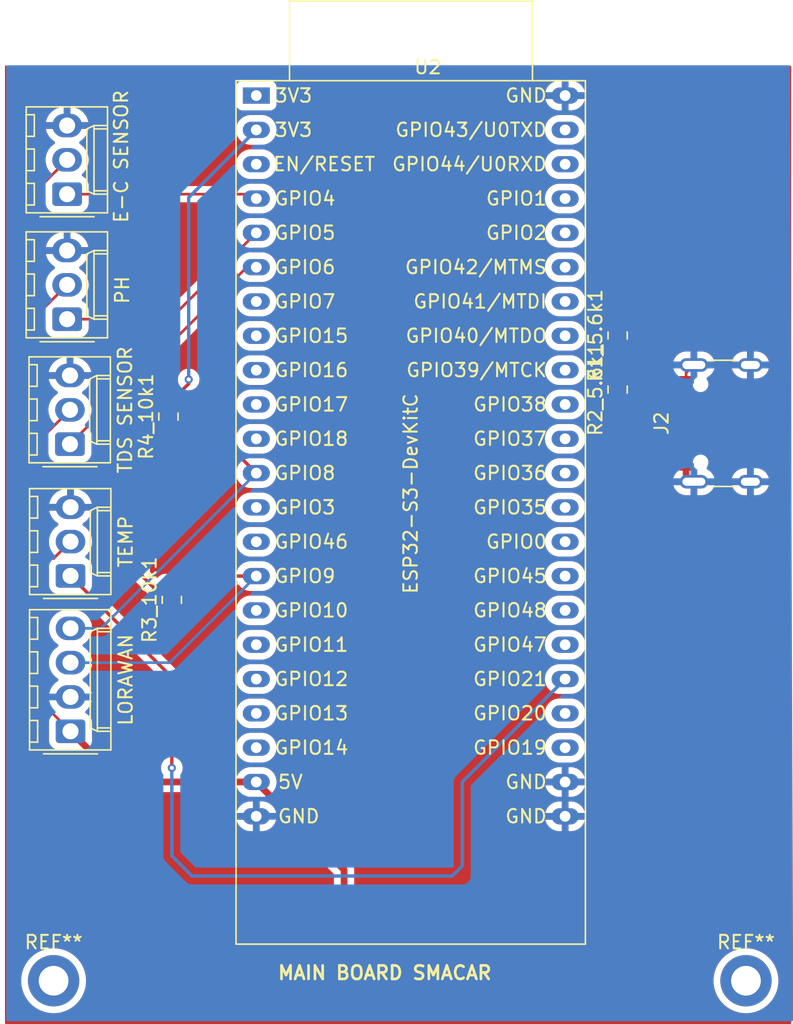
<source format=kicad_pcb>
(kicad_pcb (version 20241229) (generator "pcbnew") (generator_version "9.0")
  (layers (0 "F.Cu" signal) (2 "B.Cu" signal) (13 "F.Paste" user) (15 "B.Paste" user) (5 "F.SilkS" user "F.Silkscreen") (7 "B.SilkS" user "B.Silkscreen") (1 "F.Mask" user) (3 "B.Mask" user) (25 "Edge.Cuts" user))
  (net 0 "")
  (net 1 "GND")
  (net 2 "5V")
  (net 35 "ELECTRICAL CONDUCTIVITY")
  (net 36 "PH SENSOR")
  (net 37 "TDS SENSOR")
  (net 38 "TEMP SENSOR")
  (net 40 "Net-(J2-CC1)")
  (net 41 "Net-(J2-CC2)")
  (net 44 "SDA")
  (net 45 "SCL")
  (net 46 "Net-(R3_10k1-Pad2)")
  (footprint "Connector_Molex:Molex_KK-254_AE-6410-04A_1x04_P2.54mm_Vertical" (layer "F.Cu") (at 107.25 79.79 90)
    (property "Reference" "MOLEX5")
    (property "Value" "LORAWAN" (at 3.81 4.08 90) (layer "F.SilkS"))
    (fp_line (start 9 -3.03) (end -1.38 -3.03) (stroke (width 0.12)) (layer "F.SilkS"))
    (fp_line (start 6.82 -3.03) (end 6.82 -2.43) (stroke (width 0.12)) (layer "F.SilkS"))
    (fp_line (start 4.28 -3.03) (end 4.28 -2.43) (stroke (width 0.12)) (layer "F.SilkS"))
    (fp_line (start 1.74 -3.03) (end 1.74 -2.43) (stroke (width 0.12)) (layer "F.SilkS"))
    (fp_line (start -0.8 -3.03) (end -0.8 -2.43) (stroke (width 0.12)) (layer "F.SilkS"))
    (fp_line (start -1.38 -3.03) (end -1.38 2.99) (stroke (width 0.12)) (layer "F.SilkS"))
    (fp_line (start 8.42 -2.43) (end 8.42 -3.03) (stroke (width 0.12)) (layer "F.SilkS"))
    (fp_line (start 6.82 -2.43) (end 8.42 -2.43) (stroke (width 0.12)) (layer "F.SilkS"))
    (fp_line (start 5.88 -2.43) (end 5.88 -3.03) (stroke (width 0.12)) (layer "F.SilkS"))
    (fp_line (start 4.28 -2.43) (end 5.88 -2.43) (stroke (width 0.12)) (layer "F.SilkS"))
    (fp_line (start 3.34 -2.43) (end 3.34 -3.03) (stroke (width 0.12)) (layer "F.SilkS"))
    (fp_line (start 1.74 -2.43) (end 3.34 -2.43) (stroke (width 0.12)) (layer "F.SilkS"))
    (fp_line (start 0.8 -2.43) (end 0.8 -3.03) (stroke (width 0.12)) (layer "F.SilkS"))
    (fp_line (start -0.8 -2.43) (end 0.8 -2.43) (stroke (width 0.12)) (layer "F.SilkS"))
    (fp_line (start -1.67 -2) (end -1.67 2) (stroke (width 0.12)) (layer "F.SilkS"))
    (fp_line (start 7.37 1.46) (end 7.62 1.99) (stroke (width 0.12)) (layer "F.SilkS"))
    (fp_line (start 0.25 1.46) (end 7.37 1.46) (stroke (width 0.12)) (layer "F.SilkS"))
    (fp_line (start 7.62 1.99) (end 7.62 2.99) (stroke (width 0.12)) (layer "F.SilkS"))
    (fp_line (start 0 1.99) (end 0.25 1.46) (stroke (width 0.12)) (layer "F.SilkS"))
    (fp_line (start 0 1.99) (end 7.62 1.99) (stroke (width 0.12)) (layer "F.SilkS"))
    (fp_line (start 9 2.99) (end 9 -3.03) (stroke (width 0.12)) (layer "F.SilkS"))
    (fp_line (start 7.37 2.99) (end 7.37 1.99) (stroke (width 0.12)) (layer "F.SilkS"))
    (fp_line (start 0.25 2.99) (end 0.25 1.99) (stroke (width 0.12)) (layer "F.SilkS"))
    (fp_line (start 0 2.99) (end 0 1.99) (stroke (width 0.12)) (layer "F.SilkS"))
    (fp_line (start -1.38 2.99) (end 9 2.99) (stroke (width 0.12)) (layer "F.SilkS"))
    (pad "1" thru_hole roundrect (at 0 0 90) (size 1.74 2.19) (drill 1.19) (layers "*.Cu" "*.Mask") (roundrect_rratio 0.143678) (net 2 "5V"))
    (pad "2" thru_hole oval (at 2.54 0 90) (size 1.74 2.19) (drill 1.19) (layers "*.Cu" "*.Mask") (net 1 "GND"))
    (pad "3" thru_hole oval (at 5.08 0 90) (size 1.74 2.19) (drill 1.19) (layers "*.Cu" "*.Mask") (net 45 "SCL"))
    (pad "4" thru_hole oval (at 7.62 0 90) (size 1.74 2.19) (drill 1.19) (layers "*.Cu" "*.Mask") (net 44 "SDA"))
  )
  (footprint "PCM_4ms_Resistor:R_0805_2012Metric" (layer "F.Cu") (at 147.75 54.5 90)
    (property "Reference" "R2_5.6k1" (at 0 -1.65 90) (layer "F.SilkS"))
    (property "Value" "470R_0805_350mW" (hide yes))
    (fp_line (start -0.258578 -0.71) (end 0.258578 -0.71) (stroke (width 0.12)) (layer "F.SilkS"))
    (fp_line (start -0.258578 0.71) (end 0.258578 0.71) (stroke (width 0.12)) (layer "F.SilkS"))
    (pad "1" smd roundrect (at -0.9375 0 90) (size 0.975 1.4) (layers "F.Cu" "F.Mask" "F.Paste") (net 41 "Net-(J2-CC2)"))
    (pad "2" smd roundrect (at 0.9375 0 90) (size 0.975 1.4) (layers "F.Cu" "F.Mask" "F.Paste") (net 1 "GND"))
  )
  (footprint "PCM_4ms_Resistor:R_0805_2012Metric" (layer "F.Cu") (at 114.5 56.5 90)
    (property "Reference" "R4_10k1" (at 0 -1.65 90) (layer "F.SilkS"))
    (property "Value" "470R_0805_350mW")
    (fp_line (start -0.258578 -0.71) (end 0.258578 -0.71) (stroke (width 0.12)) (layer "F.SilkS"))
    (fp_line (start -0.258578 0.71) (end 0.258578 0.71) (stroke (width 0.12)) (layer "F.SilkS"))
    (pad "1" smd roundrect (at -0.9375 0 90) (size 0.975 1.4) (layers "F.Cu" "F.Mask" "F.Paste") (net 44 "SDA"))
    (pad "2" smd roundrect (at 0.9375 0 90) (size 0.975 1.4) (layers "F.Cu" "F.Mask" "F.Paste") (net 46 "Net-(R3_10k1-Pad2)"))
  )
  (footprint "PCM_4ms_Resistor:R_0805_2012Metric" (layer "F.Cu") (at 147.75 50.5 90)
    (property "Reference" "R1_5.6k1" (at 0 -1.65 90) (layer "F.SilkS"))
    (property "Value" "470R_0805_350mW")
    (fp_line (start -0.258578 -0.71) (end 0.258578 -0.71) (stroke (width 0.12)) (layer "F.SilkS"))
    (fp_line (start -0.258578 0.71) (end 0.258578 0.71) (stroke (width 0.12)) (layer "F.SilkS"))
    (pad "1" smd roundrect (at -0.9375 0 90) (size 0.975 1.4) (layers "F.Cu" "F.Mask" "F.Paste") (net 40 "Net-(J2-CC1)"))
    (pad "2" smd roundrect (at 0.9375 0 90) (size 0.975 1.4) (layers "F.Cu" "F.Mask" "F.Paste") (net 1 "GND"))
  )
  (footprint "MountingHole:MountingHole_2.2mm_M2_DIN965_Pad" (layer "F.Cu") (at 106 98.25)
    (property "Reference" "REF**" (at 0 -2.85 0) (layer "F.SilkS"))
    (property "Value" "MountingHole_2.2mm_M2_DIN965_Pad" (hide yes))
    (pad "1" thru_hole circle (at 0 0) (size 3.8 3.8) (drill 2.2) (layers "*.Cu" "*.Mask"))
  )
  (footprint "Connector_Molex:Molex_KK-254_AE-6410-03A_1x03_P2.54mm_Vertical" (layer "F.Cu") (at 107 49.29 90)
    (property "Reference" "MOLEX2")
    (property "Value" "PH " (at 2.54 4.08 90) (layer "F.SilkS"))
    (fp_line (start 6.46 -3.03) (end -1.38 -3.03) (stroke (width 0.12)) (layer "F.SilkS"))
    (fp_line (start 4.28 -3.03) (end 4.28 -2.43) (stroke (width 0.12)) (layer "F.SilkS"))
    (fp_line (start 1.74 -3.03) (end 1.74 -2.43) (stroke (width 0.12)) (layer "F.SilkS"))
    (fp_line (start -0.8 -3.03) (end -0.8 -2.43) (stroke (width 0.12)) (layer "F.SilkS"))
    (fp_line (start -1.38 -3.03) (end -1.38 2.99) (stroke (width 0.12)) (layer "F.SilkS"))
    (fp_line (start 5.88 -2.43) (end 5.88 -3.03) (stroke (width 0.12)) (layer "F.SilkS"))
    (fp_line (start 4.28 -2.43) (end 5.88 -2.43) (stroke (width 0.12)) (layer "F.SilkS"))
    (fp_line (start 3.34 -2.43) (end 3.34 -3.03) (stroke (width 0.12)) (layer "F.SilkS"))
    (fp_line (start 1.74 -2.43) (end 3.34 -2.43) (stroke (width 0.12)) (layer "F.SilkS"))
    (fp_line (start 0.8 -2.43) (end 0.8 -3.03) (stroke (width 0.12)) (layer "F.SilkS"))
    (fp_line (start -0.8 -2.43) (end 0.8 -2.43) (stroke (width 0.12)) (layer "F.SilkS"))
    (fp_line (start -1.67 -2) (end -1.67 2) (stroke (width 0.12)) (layer "F.SilkS"))
    (fp_line (start 4.83 1.46) (end 5.08 1.99) (stroke (width 0.12)) (layer "F.SilkS"))
    (fp_line (start 0.25 1.46) (end 4.83 1.46) (stroke (width 0.12)) (layer "F.SilkS"))
    (fp_line (start 5.08 1.99) (end 5.08 2.99) (stroke (width 0.12)) (layer "F.SilkS"))
    (fp_line (start 0 1.99) (end 0.25 1.46) (stroke (width 0.12)) (layer "F.SilkS"))
    (fp_line (start 0 1.99) (end 5.08 1.99) (stroke (width 0.12)) (layer "F.SilkS"))
    (fp_line (start 6.46 2.99) (end 6.46 -3.03) (stroke (width 0.12)) (layer "F.SilkS"))
    (fp_line (start 4.83 2.99) (end 4.83 1.99) (stroke (width 0.12)) (layer "F.SilkS"))
    (fp_line (start 0.25 2.99) (end 0.25 1.99) (stroke (width 0.12)) (layer "F.SilkS"))
    (fp_line (start 0 2.99) (end 0 1.99) (stroke (width 0.12)) (layer "F.SilkS"))
    (fp_line (start -1.38 2.99) (end 6.46 2.99) (stroke (width 0.12)) (layer "F.SilkS"))
    (pad "1" thru_hole roundrect (at 0 0 90) (size 1.74 2.19) (drill 1.19) (layers "*.Cu" "*.Mask") (roundrect_rratio 0.143678) (net 36 "PH SENSOR"))
    (pad "2" thru_hole oval (at 2.54 0 90) (size 1.74 2.19) (drill 1.19) (layers "*.Cu" "*.Mask") (net 2 "5V"))
    (pad "3" thru_hole oval (at 5.08 0 90) (size 1.74 2.19) (drill 1.19) (layers "*.Cu" "*.Mask") (net 1 "GND"))
  )
  (footprint "Connector_Molex:Molex_KK-254_AE-6410-03A_1x03_P2.54mm_Vertical" (layer "F.Cu") (at 107.25 68.29 90)
    (property "Reference" "MOLEX4")
    (property "Value" "TEMP" (at 2.54 4.08 90) (layer "F.SilkS"))
    (fp_line (start 6.46 -3.03) (end -1.38 -3.03) (stroke (width 0.12)) (layer "F.SilkS"))
    (fp_line (start 4.28 -3.03) (end 4.28 -2.43) (stroke (width 0.12)) (layer "F.SilkS"))
    (fp_line (start 1.74 -3.03) (end 1.74 -2.43) (stroke (width 0.12)) (layer "F.SilkS"))
    (fp_line (start -0.8 -3.03) (end -0.8 -2.43) (stroke (width 0.12)) (layer "F.SilkS"))
    (fp_line (start -1.38 -3.03) (end -1.38 2.99) (stroke (width 0.12)) (layer "F.SilkS"))
    (fp_line (start 5.88 -2.43) (end 5.88 -3.03) (stroke (width 0.12)) (layer "F.SilkS"))
    (fp_line (start 4.28 -2.43) (end 5.88 -2.43) (stroke (width 0.12)) (layer "F.SilkS"))
    (fp_line (start 3.34 -2.43) (end 3.34 -3.03) (stroke (width 0.12)) (layer "F.SilkS"))
    (fp_line (start 1.74 -2.43) (end 3.34 -2.43) (stroke (width 0.12)) (layer "F.SilkS"))
    (fp_line (start 0.8 -2.43) (end 0.8 -3.03) (stroke (width 0.12)) (layer "F.SilkS"))
    (fp_line (start -0.8 -2.43) (end 0.8 -2.43) (stroke (width 0.12)) (layer "F.SilkS"))
    (fp_line (start -1.67 -2) (end -1.67 2) (stroke (width 0.12)) (layer "F.SilkS"))
    (fp_line (start 4.83 1.46) (end 5.08 1.99) (stroke (width 0.12)) (layer "F.SilkS"))
    (fp_line (start 0.25 1.46) (end 4.83 1.46) (stroke (width 0.12)) (layer "F.SilkS"))
    (fp_line (start 5.08 1.99) (end 5.08 2.99) (stroke (width 0.12)) (layer "F.SilkS"))
    (fp_line (start 0 1.99) (end 0.25 1.46) (stroke (width 0.12)) (layer "F.SilkS"))
    (fp_line (start 0 1.99) (end 5.08 1.99) (stroke (width 0.12)) (layer "F.SilkS"))
    (fp_line (start 6.46 2.99) (end 6.46 -3.03) (stroke (width 0.12)) (layer "F.SilkS"))
    (fp_line (start 4.83 2.99) (end 4.83 1.99) (stroke (width 0.12)) (layer "F.SilkS"))
    (fp_line (start 0.25 2.99) (end 0.25 1.99) (stroke (width 0.12)) (layer "F.SilkS"))
    (fp_line (start 0 2.99) (end 0 1.99) (stroke (width 0.12)) (layer "F.SilkS"))
    (fp_line (start -1.38 2.99) (end 6.46 2.99) (stroke (width 0.12)) (layer "F.SilkS"))
    (pad "1" thru_hole roundrect (at 0 0 90) (size 1.74 2.19) (drill 1.19) (layers "*.Cu" "*.Mask") (roundrect_rratio 0.143678) (net 38 "TEMP SENSOR"))
    (pad "2" thru_hole oval (at 2.54 0 90) (size 1.74 2.19) (drill 1.19) (layers "*.Cu" "*.Mask") (net 2 "5V"))
    (pad "3" thru_hole oval (at 5.08 0 90) (size 1.74 2.19) (drill 1.19) (layers "*.Cu" "*.Mask") (net 1 "GND"))
  )
  (footprint "PCM_4ms_Resistor:R_0805_2012Metric" (layer "F.Cu") (at 114.75 70.0625 90)
    (property "Reference" "R3_10k1" (at 0 -1.65 90) (layer "F.SilkS"))
    (property "Value" "470R_0805_350mW")
    (fp_line (start -0.258578 -0.71) (end 0.258578 -0.71) (stroke (width 0.12)) (layer "F.SilkS"))
    (fp_line (start -0.258578 0.71) (end 0.258578 0.71) (stroke (width 0.12)) (layer "F.SilkS"))
    (pad "1" smd roundrect (at -0.9375 0 90) (size 0.975 1.4) (layers "F.Cu" "F.Mask" "F.Paste") (net 45 "SCL"))
    (pad "2" smd roundrect (at 0.9375 0 90) (size 0.975 1.4) (layers "F.Cu" "F.Mask" "F.Paste") (net 46 "Net-(R3_10k1-Pad2)"))
  )
  (footprint "Connector_USB:USB_C_Receptacle_GCT_USB4105-xx-A_16P_TopMnt_Horizontal" (layer "F.Cu") (at 156.5 57 90)
    (property "Reference" "J2" (at 0 -5.5 90) (layer "F.SilkS"))
    (property "Value" "USB_C_Receptacle_USB2.0_14P" (hide yes))
    (fp_line (start 4.67 -0.1) (end 4.67 -1.8) (stroke (width 0.12)) (layer "F.SilkS"))
    (fp_line (start -4.67 -0.1) (end -4.67 -1.8) (stroke (width 0.12)) (layer "F.SilkS"))
    (pad "" np_thru_hole circle (at -2.89 -2.605 90) (size 0.65 0.65) (drill 0.65) (layers "*.Cu" "*.Mask"))
    (pad "" np_thru_hole circle (at 2.89 -2.605 90) (size 0.65 0.65) (drill 0.65) (layers "*.Cu" "*.Mask"))
    (pad "A1" smd roundrect (at -3.2 -3.68 90) (size 0.6 1.15) (layers "F.Cu" "F.Mask" "F.Paste") (net 1 "GND"))
    (pad "A4" smd roundrect (at -2.4 -3.68 90) (size 0.6 1.15) (layers "F.Cu" "F.Mask" "F.Paste") (net 2 "5V"))
    (pad "A5" smd roundrect (at -1.25 -3.68 90) (size 0.3 1.15) (layers "F.Cu" "F.Mask" "F.Paste") (net 40 "Net-(J2-CC1)"))
    (pad "A6" smd roundrect (at -0.25 -3.68 90) (size 0.3 1.15) (layers "F.Cu" "F.Mask" "F.Paste"))
    (pad "A7" smd roundrect (at 0.25 -3.68 90) (size 0.3 1.15) (layers "F.Cu" "F.Mask" "F.Paste"))
    (pad "A8" smd roundrect (at 1.25 -3.68 90) (size 0.3 1.15) (layers "F.Cu" "F.Mask" "F.Paste"))
    (pad "A9" smd roundrect (at 2.4 -3.68 90) (size 0.6 1.15) (layers "F.Cu" "F.Mask" "F.Paste") (net 2 "5V"))
    (pad "A12" smd roundrect (at 3.2 -3.68 90) (size 0.6 1.15) (layers "F.Cu" "F.Mask" "F.Paste") (net 1 "GND"))
    (pad "B1" smd roundrect (at 3.2 -3.68 90) (size 0.6 1.15) (layers "F.Cu" "F.Mask" "F.Paste") (net 1 "GND"))
    (pad "B4" smd roundrect (at 2.4 -3.68 90) (size 0.6 1.15) (layers "F.Cu" "F.Mask" "F.Paste") (net 2 "5V"))
    (pad "B5" smd roundrect (at 1.75 -3.68 90) (size 0.3 1.15) (layers "F.Cu" "F.Mask" "F.Paste") (net 41 "Net-(J2-CC2)"))
    (pad "B6" smd roundrect (at 0.75 -3.68 90) (size 0.3 1.15) (layers "F.Cu" "F.Mask" "F.Paste"))
    (pad "B7" smd roundrect (at -0.75 -3.68 90) (size 0.3 1.15) (layers "F.Cu" "F.Mask" "F.Paste"))
    (pad "B8" smd roundrect (at -1.75 -3.68 90) (size 0.3 1.15) (layers "F.Cu" "F.Mask" "F.Paste"))
    (pad "B9" smd roundrect (at -2.4 -3.68 90) (size 0.6 1.15) (layers "F.Cu" "F.Mask" "F.Paste") (net 2 "5V"))
    (pad "B12" smd roundrect (at -3.2 -3.68 90) (size 0.6 1.15) (layers "F.Cu" "F.Mask" "F.Paste") (net 1 "GND"))
    (pad "S1" thru_hole oval (at -4.32 -3.105 90) (size 1 2.1) (drill oval 0.6 1.7) (property pad_prop_heatsink) (layers "*.Cu" "*.Mask" "F.Paste") (net 1 "GND"))
    (pad "S1" thru_hole oval (at -4.32 1.075 90) (size 1 1.8) (drill oval 0.6 1.4) (property pad_prop_heatsink) (layers "*.Cu" "*.Mask" "F.Paste") (net 1 "GND"))
    (pad "S1" thru_hole oval (at 4.32 -3.105 90) (size 1 2.1) (drill oval 0.6 1.7) (property pad_prop_heatsink) (layers "*.Cu" "*.Mask" "F.Paste") (net 1 "GND"))
    (pad "S1" thru_hole oval (at 4.32 1.075 90) (size 1 1.8) (drill oval 0.6 1.4) (property pad_prop_heatsink) (layers "*.Cu" "*.Mask" "F.Paste") (net 1 "GND"))
  )
  (footprint "ESP32:ESP32-S3-DevKitC" (layer "F.Cu") (at 121.00368 32.74272)
    (property "Reference" "U2" (at 12.7 -2.1 0) (layer "F.SilkS"))
    (property "Value" "ESP32-S3-DevKitC" (at 11.42632 29.46128 90) (layer "F.SilkS"))
    (fp_line (start -1.5 62.79728) (end 24.359999 62.79728) (stroke (width 0.12)) (layer "F.SilkS"))
    (fp_line (start -1.499999 -1.1) (end -1.5 62.79728) (stroke (width 0.12)) (layer "F.SilkS"))
    (fp_line (start 2.46012 -7.01312) (end 20.44332 -7.01312) (stroke (width 0.12)) (layer "F.SilkS"))
    (fp_line (start 2.46012 -1.12032) (end 2.46012 -7.01312) (stroke (width 0.12)) (layer "F.SilkS"))
    (fp_line (start 20.44332 -7.01312) (end 20.44332 -1.12032) (stroke (width 0.12)) (layer "F.SilkS"))
    (fp_line (start 24.359999 62.79728) (end 24.36 -1.1) (stroke (width 0.12)) (layer "F.SilkS"))
    (fp_line (start 24.36 -1.1) (end -1.499999 -1.1) (stroke (width 0.12)) (layer "F.SilkS"))
    (fp_text user "GPIO40/MTDO" (at 21.59 17.78 0) (layer "F.SilkS") (effects (justify right)))
    (fp_text user "3V3" (at 1.27 0 0) (layer "F.SilkS") (effects (justify left)))
    (fp_text user "GPIO19" (at 21.59 48.26 0) (layer "F.SilkS") (effects (justify right)))
    (fp_text user "GPIO21" (at 21.59 43.18 0) (layer "F.SilkS") (effects (justify right)))
    (fp_text user "GPIO44/U0RXD" (at 21.59 5.08 0) (layer "F.SilkS") (effects (justify right)))
    (fp_text user "GND" (at 21.59 50.8 0) (layer "F.SilkS") (effects (justify right)))
    (fp_text user "GPIO43/U0TXD" (at 21.59 2.54 0) (layer "F.SilkS") (effects (justify right)))
    (fp_text user "GND" (at 21.59 0 0) (layer "F.SilkS") (effects (justify right)))
    (fp_text user "GPIO38" (at 21.59 22.86 0) (layer "F.SilkS") (effects (justify right)))
    (fp_text user "GPIO9" (at 1.27 35.56 0) (layer "F.SilkS") (effects (justify left)))
    (fp_text user "3V3" (at 1.27 2.54 0) (layer "F.SilkS") (effects (justify left)))
    (fp_text user "GPIO16" (at 1.27 20.32 0) (layer "F.SilkS") (effects (justify left)))
    (fp_text user "GPIO10" (at 1.27 38.1 0) (layer "F.SilkS") (effects (justify left)))
    (fp_text user "GND" (at 1.52032 53.33728 0) (layer "F.SilkS") (effects (justify left)))
    (fp_text user "GPIO1" (at 21.59 7.62 0) (layer "F.SilkS") (effects (justify right)))
    (fp_text user "GPIO35" (at 21.59 30.48 0) (layer "F.SilkS") (effects (justify right)))
    (fp_text user "GPIO46" (at 1.27 33.02 0) (layer "F.SilkS") (effects (justify left)))
    (fp_text user "GPIO4" (at 1.27 7.62 0) (layer "F.SilkS") (effects (justify left)))
    (fp_text user "GPIO42/MTMS" (at 21.59 12.7 0) (layer "F.SilkS") (effects (justify right)))
    (fp_text user "GPIO18" (at 1.27 25.4 0) (layer "F.SilkS") (effects (justify left)))
    (fp_text user "GPIO0" (at 21.59 33.02 0) (layer "F.SilkS") (effects (justify right)))
    (fp_text user "GPIO12" (at 1.27 43.18 0) (layer "F.SilkS") (effects (justify left)))
    (fp_text user "GPIO20" (at 21.59 45.72 0) (layer "F.SilkS") (effects (justify right)))
    (fp_text user "GND" (at 21.59 53.34 0) (layer "F.SilkS") (effects (justify right)))
    (fp_text user "GPIO3" (at 1.27 30.48 0) (layer "F.SilkS") (effects (justify left)))
    (fp_text user "GPIO11" (at 1.27 40.64 0) (layer "F.SilkS") (effects (justify left)))
    (fp_text user "GPIO47" (at 21.59 40.64 0) (layer "F.SilkS") (effects (justify right)))
    (fp_text user "GPIO7" (at 1.27 15.24 0) (layer "F.SilkS") (effects (justify left)))
    (fp_text user "GPIO2" (at 21.59 10.16 0) (layer "F.SilkS") (effects (justify right)))
    (fp_text user "5V" (at 1.52032 50.79728 0) (layer "F.SilkS") (effects (justify left)))
    (fp_text user "GPIO39/MTCK" (at 21.59 20.32 0) (layer "F.SilkS") (effects (justify right)))
    (fp_text user "GPIO8" (at 1.27 27.94 0) (layer "F.SilkS") (effects (justify left)))
    (fp_text user "GPIO48" (at 21.59 38.1 0) (layer "F.SilkS") (effects (justify right)))
    (fp_text user "GPIO37" (at 21.59 25.4 0) (layer "F.SilkS") (effects (justify right)))
    (fp_text user "GPIO45" (at 21.59 35.56 0) (layer "F.SilkS") (effects (justify right)))
    (fp_text user "GPIO36" (at 21.59 27.94 0) (layer "F.SilkS") (effects (justify right)))
    (fp_text user "GPIO6" (at 1.27 12.7 0) (layer "F.SilkS") (effects (justify left)))
    (fp_text user "EN/RESET" (at 8.88632 5.07728 0) (layer "F.SilkS") (effects (justify right)))
    (fp_text user "GPIO13" (at 1.27 45.72 0) (layer "F.SilkS") (effects (justify left)))
    (fp_text user "GPIO14" (at 1.27 48.26 0) (layer "F.SilkS") (effects (justify left)))
    (fp_text user "GPIO5" (at 1.27 10.16 0) (layer "F.SilkS") (effects (justify left)))
    (fp_text user "GPIO15" (at 1.27 17.78 0) (layer "F.SilkS") (effects (justify left)))
    (fp_text user "GPIO41/MTDI" (at 21.59 15.24 0) (layer "F.SilkS") (effects (justify right)))
    (fp_text user "GPIO17" (at 1.27 22.86 0) (layer "F.SilkS") (effects (justify left)))
    (pad "1" thru_hole rect (at 0 0 270) (size 1.2 2) (drill 0.8) (layers "*.Cu" "*.Mask") (net 46 "Net-(R3_10k1-Pad2)"))
    (pad "2" thru_hole oval (at 0 2.54 270) (size 1.2 2) (drill 0.8) (layers "*.Cu" "*.Mask") (net 46 "Net-(R3_10k1-Pad2)"))
    (pad "3" thru_hole oval (at 0 5.08 270) (size 1.2 2) (drill 0.8) (layers "*.Cu" "*.Mask"))
    (pad "4" thru_hole oval (at 0 7.62 270) (size 1.2 2) (drill 0.8) (layers "*.Cu" "*.Mask") (net 35 "ELECTRICAL CONDUCTIVITY"))
    (pad "5" thru_hole oval (at 0 10.16 270) (size 1.2 2) (drill 0.8) (layers "*.Cu" "*.Mask") (net 36 "PH SENSOR"))
    (pad "6" thru_hole oval (at 0 12.7 270) (size 1.2 2) (drill 0.8) (layers "*.Cu" "*.Mask") (net 37 "TDS SENSOR"))
    (pad "7" thru_hole oval (at 0 15.24 270) (size 1.2 2) (drill 0.8) (layers "*.Cu" "*.Mask"))
    (pad "8" thru_hole oval (at 0 17.78 270) (size 1.2 2) (drill 0.8) (layers "*.Cu" "*.Mask"))
    (pad "9" thru_hole oval (at 0 20.32 270) (size 1.2 2) (drill 0.8) (layers "*.Cu" "*.Mask"))
    (pad "10" thru_hole oval (at 0 22.86 270) (size 1.2 2) (drill 0.8) (layers "*.Cu" "*.Mask"))
    (pad "11" thru_hole oval (at 0 25.4 270) (size 1.2 2) (drill 0.8) (layers "*.Cu" "*.Mask"))
    (pad "12" thru_hole oval (at 0 27.94 270) (size 1.2 2) (drill 0.8) (layers "*.Cu" "*.Mask") (net 44 "SDA"))
    (pad "13" thru_hole oval (at 0 30.48 270) (size 1.2 2) (drill 0.8) (layers "*.Cu" "*.Mask"))
    (pad "14" thru_hole oval (at 0 33.02 270) (size 1.2 2) (drill 0.8) (layers "*.Cu" "*.Mask"))
    (pad "15" thru_hole oval (at 0 35.56 270) (size 1.2 2) (drill 0.8) (layers "*.Cu" "*.Mask") (net 45 "SCL"))
    (pad "16" thru_hole oval (at 0 38.1 270) (size 1.2 2) (drill 0.8) (layers "*.Cu" "*.Mask"))
    (pad "17" thru_hole oval (at 0 40.64 270) (size 1.2 2) (drill 0.8) (layers "*.Cu" "*.Mask"))
    (pad "18" thru_hole oval (at 0 43.18 270) (size 1.2 2) (drill 0.8) (layers "*.Cu" "*.Mask"))
    (pad "19" thru_hole oval (at 0 45.72 270) (size 1.2 2) (drill 0.8) (layers "*.Cu" "*.Mask"))
    (pad "20" thru_hole oval (at -0.00368 48.25728 270) (size 1.2 2) (drill 0.8) (layers "*.Cu" "*.Mask"))
    (pad "21" thru_hole oval (at -0.00368 50.79728 270) (size 1.2 2) (drill 0.8) (layers "*.Cu" "*.Mask") (net 2 "5V"))
    (pad "22" thru_hole oval (at -0.00368 53.33728 270) (size 1.2 2) (drill 0.8) (layers "*.Cu" "*.Mask") (net 1 "GND"))
    (pad "23" thru_hole oval (at 22.86 53.34 270) (size 1.2 2) (drill 0.8) (layers "*.Cu" "*.Mask") (net 1 "GND"))
    (pad "24" thru_hole oval (at 22.86 50.8 270) (size 1.2 2) (drill 0.8) (layers "*.Cu" "*.Mask") (net 1 "GND"))
    (pad "25" thru_hole oval (at 22.86 48.26 270) (size 1.2 2) (drill 0.8) (layers "*.Cu" "*.Mask"))
    (pad "26" thru_hole oval (at 22.86 45.72 270) (size 1.2 2) (drill 0.8) (layers "*.Cu" "*.Mask"))
    (pad "27" thru_hole oval (at 22.86 43.18 270) (size 1.2 2) (drill 0.8) (layers "*.Cu" "*.Mask") (net 38 "TEMP SENSOR"))
    (pad "28" thru_hole oval (at 22.86 40.64 270) (size 1.2 2) (drill 0.8) (layers "*.Cu" "*.Mask"))
    (pad "29" thru_hole oval (at 22.86 38.1 270) (size 1.2 2) (drill 0.8) (layers "*.Cu" "*.Mask"))
    (pad "30" thru_hole oval (at 22.86 35.56 270) (size 1.2 2) (drill 0.8) (layers "*.Cu" "*.Mask"))
    (pad "31" thru_hole oval (at 22.86 33.02 270) (size 1.2 2) (drill 0.8) (layers "*.Cu" "*.Mask"))
    (pad "32" thru_hole oval (at 22.86 30.48 270) (size 1.2 2) (drill 0.8) (layers "*.Cu" "*.Mask"))
    (pad "33" thru_hole oval (at 22.86 27.94 270) (size 1.2 2) (drill 0.8) (layers "*.Cu" "*.Mask"))
    (pad "34" thru_hole oval (at 22.86 25.4 270) (size 1.2 2) (drill 0.8) (layers "*.Cu" "*.Mask"))
    (pad "35" thru_hole oval (at 22.86 22.86 270) (size 1.2 2) (drill 0.8) (layers "*.Cu" "*.Mask"))
    (pad "36" thru_hole oval (at 22.86 20.32 270) (size 1.2 2) (drill 0.8) (layers "*.Cu" "*.Mask"))
    (pad "37" thru_hole oval (at 22.86 17.78 270) (size 1.2 2) (drill 0.8) (layers "*.Cu" "*.Mask"))
    (pad "38" thru_hole oval (at 22.86 15.24 270) (size 1.2 2) (drill 0.8) (layers "*.Cu" "*.Mask"))
    (pad "39" thru_hole oval (at 22.86 12.7 270) (size 1.2 2) (drill 0.8) (layers "*.Cu" "*.Mask"))
    (pad "40" thru_hole oval (at 22.86 10.16 270) (size 1.2 2) (drill 0.8) (layers "*.Cu" "*.Mask"))
    (pad "41" thru_hole oval (at 22.86 7.62 270) (size 1.2 2) (drill 0.8) (layers "*.Cu" "*.Mask"))
    (pad "42" thru_hole oval (at 22.86 5.08 270) (size 1.2 2) (drill 0.8) (layers "*.Cu" "*.Mask"))
    (pad "43" thru_hole oval (at 22.86 2.54 270) (size 1.2 2) (drill 0.8) (layers "*.Cu" "*.Mask"))
    (pad "44" thru_hole oval (at 22.86 0 270) (size 1.2 2) (drill 0.8) (layers "*.Cu" "*.Mask") (net 1 "GND"))
  )
  (footprint "MountingHole:MountingHole_2.2mm_M2_DIN965_Pad" (layer "F.Cu") (at 157.25 98.25)
    (property "Reference" "REF**" (at 0 -2.85 0) (layer "F.SilkS"))
    (property "Value" "MountingHole_2.2mm_M2_DIN965_Pad" (hide yes))
    (pad "1" thru_hole circle (at 0 0) (size 3.8 3.8) (drill 2.2) (layers "*.Cu" "*.Mask"))
  )
  (footprint "Connector_Molex:Molex_KK-254_AE-6410-03A_1x03_P2.54mm_Vertical" (layer "F.Cu") (at 107 40.04 90)
    (property "Reference" "MOLEX1")
    (property "Value" "E-C SENSOR" (at 2.79 4 90) (layer "F.SilkS"))
    (fp_line (start 6.46 -3.03) (end -1.38 -3.03) (stroke (width 0.12)) (layer "F.SilkS"))
    (fp_line (start 4.28 -3.03) (end 4.28 -2.43) (stroke (width 0.12)) (layer "F.SilkS"))
    (fp_line (start 1.74 -3.03) (end 1.74 -2.43) (stroke (width 0.12)) (layer "F.SilkS"))
    (fp_line (start -0.8 -3.03) (end -0.8 -2.43) (stroke (width 0.12)) (layer "F.SilkS"))
    (fp_line (start -1.38 -3.03) (end -1.38 2.99) (stroke (width 0.12)) (layer "F.SilkS"))
    (fp_line (start 5.88 -2.43) (end 5.88 -3.03) (stroke (width 0.12)) (layer "F.SilkS"))
    (fp_line (start 4.28 -2.43) (end 5.88 -2.43) (stroke (width 0.12)) (layer "F.SilkS"))
    (fp_line (start 3.34 -2.43) (end 3.34 -3.03) (stroke (width 0.12)) (layer "F.SilkS"))
    (fp_line (start 1.74 -2.43) (end 3.34 -2.43) (stroke (width 0.12)) (layer "F.SilkS"))
    (fp_line (start 0.8 -2.43) (end 0.8 -3.03) (stroke (width 0.12)) (layer "F.SilkS"))
    (fp_line (start -0.8 -2.43) (end 0.8 -2.43) (stroke (width 0.12)) (layer "F.SilkS"))
    (fp_line (start -1.67 -2) (end -1.67 2) (stroke (width 0.12)) (layer "F.SilkS"))
    (fp_line (start 4.83 1.46) (end 5.08 1.99) (stroke (width 0.12)) (layer "F.SilkS"))
    (fp_line (start 0.25 1.46) (end 4.83 1.46) (stroke (width 0.12)) (layer "F.SilkS"))
    (fp_line (start 5.08 1.99) (end 5.08 2.99) (stroke (width 0.12)) (layer "F.SilkS"))
    (fp_line (start 0 1.99) (end 0.25 1.46) (stroke (width 0.12)) (layer "F.SilkS"))
    (fp_line (start 0 1.99) (end 5.08 1.99) (stroke (width 0.12)) (layer "F.SilkS"))
    (fp_line (start 6.46 2.99) (end 6.46 -3.03) (stroke (width 0.12)) (layer "F.SilkS"))
    (fp_line (start 4.83 2.99) (end 4.83 1.99) (stroke (width 0.12)) (layer "F.SilkS"))
    (fp_line (start 0.25 2.99) (end 0.25 1.99) (stroke (width 0.12)) (layer "F.SilkS"))
    (fp_line (start 0 2.99) (end 0 1.99) (stroke (width 0.12)) (layer "F.SilkS"))
    (fp_line (start -1.38 2.99) (end 6.46 2.99) (stroke (width 0.12)) (layer "F.SilkS"))
    (pad "1" thru_hole roundrect (at 0 0 90) (size 1.74 2.19) (drill 1.19) (layers "*.Cu" "*.Mask") (roundrect_rratio 0.143678) (net 35 "ELECTRICAL CONDUCTIVITY"))
    (pad "2" thru_hole oval (at 2.54 0 90) (size 1.74 2.19) (drill 1.19) (layers "*.Cu" "*.Mask") (net 2 "5V"))
    (pad "3" thru_hole oval (at 5.08 0 90) (size 1.74 2.19) (drill 1.19) (layers "*.Cu" "*.Mask") (net 1 "GND"))
  )
  (footprint "Connector_Molex:Molex_KK-254_AE-6410-03A_1x03_P2.54mm_Vertical" (layer "F.Cu") (at 107.21 58.54 90)
    (property "Reference" "MOLEX3")
    (property "Value" "TDS SENSOR" (at 2.54 4.08 90) (layer "F.SilkS"))
    (fp_line (start 6.46 -3.03) (end -1.38 -3.03) (stroke (width 0.12)) (layer "F.SilkS"))
    (fp_line (start 4.28 -3.03) (end 4.28 -2.43) (stroke (width 0.12)) (layer "F.SilkS"))
    (fp_line (start 1.74 -3.03) (end 1.74 -2.43) (stroke (width 0.12)) (layer "F.SilkS"))
    (fp_line (start -0.8 -3.03) (end -0.8 -2.43) (stroke (width 0.12)) (layer "F.SilkS"))
    (fp_line (start -1.38 -3.03) (end -1.38 2.99) (stroke (width 0.12)) (layer "F.SilkS"))
    (fp_line (start 5.88 -2.43) (end 5.88 -3.03) (stroke (width 0.12)) (layer "F.SilkS"))
    (fp_line (start 4.28 -2.43) (end 5.88 -2.43) (stroke (width 0.12)) (layer "F.SilkS"))
    (fp_line (start 3.34 -2.43) (end 3.34 -3.03) (stroke (width 0.12)) (layer "F.SilkS"))
    (fp_line (start 1.74 -2.43) (end 3.34 -2.43) (stroke (width 0.12)) (layer "F.SilkS"))
    (fp_line (start 0.8 -2.43) (end 0.8 -3.03) (stroke (width 0.12)) (layer "F.SilkS"))
    (fp_line (start -0.8 -2.43) (end 0.8 -2.43) (stroke (width 0.12)) (layer "F.SilkS"))
    (fp_line (start -1.67 -2) (end -1.67 2) (stroke (width 0.12)) (layer "F.SilkS"))
    (fp_line (start 4.83 1.46) (end 5.08 1.99) (stroke (width 0.12)) (layer "F.SilkS"))
    (fp_line (start 0.25 1.46) (end 4.83 1.46) (stroke (width 0.12)) (layer "F.SilkS"))
    (fp_line (start 5.08 1.99) (end 5.08 2.99) (stroke (width 0.12)) (layer "F.SilkS"))
    (fp_line (start 0 1.99) (end 0.25 1.46) (stroke (width 0.12)) (layer "F.SilkS"))
    (fp_line (start 0 1.99) (end 5.08 1.99) (stroke (width 0.12)) (layer "F.SilkS"))
    (fp_line (start 6.46 2.99) (end 6.46 -3.03) (stroke (width 0.12)) (layer "F.SilkS"))
    (fp_line (start 4.83 2.99) (end 4.83 1.99) (stroke (width 0.12)) (layer "F.SilkS"))
    (fp_line (start 0.25 2.99) (end 0.25 1.99) (stroke (width 0.12)) (layer "F.SilkS"))
    (fp_line (start 0 2.99) (end 0 1.99) (stroke (width 0.12)) (layer "F.SilkS"))
    (fp_line (start -1.38 2.99) (end 6.46 2.99) (stroke (width 0.12)) (layer "F.SilkS"))
    (pad "1" thru_hole roundrect (at 0 0 90) (size 1.74 2.19) (drill 1.19) (layers "*.Cu" "*.Mask") (roundrect_rratio 0.143678) (net 37 "TDS SENSOR"))
    (pad "2" thru_hole oval (at 2.54 0 90) (size 1.74 2.19) (drill 1.19) (layers "*.Cu" "*.Mask") (net 2 "5V"))
    (pad "3" thru_hole oval (at 5.08 0 90) (size 1.74 2.19) (drill 1.19) (layers "*.Cu" "*.Mask") (net 1 "GND"))
  )
  (gr_rect (start 102.5 30.625) (end 160.5 101.375) (stroke (width 0.2)) (fill no) (layer "F.Cu") (net 1))
  (gr_text "MAIN BOARD SMACAR" (at 122.5 98.25 0) (layer "F.SilkS") (effects (font (size 1 1) (thickness 0.2) (bold yes)) (justify left bottom)))
  (segment (start 152.82 53.8) (end 152.82 53.255) (width 0.2) (layer "F.Cu") (net 1))
  (segment (start 152.82 53.255) (end 153.395 52.68) (width 0.2) (layer "F.Cu") (net 1))
  (segment (start 152.8325 53.5625) (end 153.07 53.8) (width 0.2) (layer "F.Cu") (net 1))
  (segment (start 157.825 52.68) (end 153.645 52.68) (width 0.2) (layer "B.Cu") (net 1))
  (segment (start 157.825 61.32) (end 153.645 61.32) (width 0.2) (layer "B.Cu") (net 1))
  (segment (start 106.25 77.25) (end 107.25 77.25) (width 0.2) (layer "B.Cu") (net 1))
  (segment (start 129 95.5) (end 127.5 94) (width 0.5) (layer "F.Cu") (net 2))
  (segment (start 147 64.5909) (end 147 92.75) (width 0.5) (layer "F.Cu") (net 2))
  (segment (start 144.25 95.5) (end 129 95.5) (width 0.5) (layer "F.Cu") (net 2))
  (segment (start 152.1909 59.4) (end 147 64.5909) (width 0.5) (layer "F.Cu") (net 2))
  (segment (start 152.82 59.4) (end 152.1909 59.4) (width 0.5) (layer "F.Cu") (net 2))
  (segment (start 121 83.54) (end 111 83.54) (width 0.5) (layer "F.Cu") (net 2))
  (segment (start 127.5 90.04) (end 121 83.54) (width 0.5) (layer "F.Cu") (net 2))
  (segment (start 147 92.75) (end 144.25 95.5) (width 0.5) (layer "F.Cu") (net 2))
  (segment (start 104 67) (end 106 67) (width 0.2) (layer "F.Cu") (net 2))
  (segment (start 111 83.54) (end 107.25 79.79) (width 0.5) (layer "F.Cu") (net 2))
  (segment (start 104 40.5) (end 107 37.5) (width 0.2) (layer "F.Cu") (net 2))
  (segment (start 104 49.75) (end 104 40.5) (width 0.2) (layer "F.Cu") (net 2))
  (segment (start 107.25 79.79) (end 104 76.54) (width 0.2) (layer "F.Cu") (net 2))
  (segment (start 104 67) (end 104 59.21) (width 0.2) (layer "F.Cu") (net 2))
  (segment (start 104 49.75) (end 107 46.75) (width 0.2) (layer "F.Cu") (net 2))
  (segment (start 127.5 94) (end 127.5 90.04) (width 0.5) (layer "F.Cu") (net 2))
  (segment (start 104 76.54) (end 104 67) (width 0.2) (layer "F.Cu") (net 2))
  (segment (start 106 67) (end 107.25 65.75) (width 0.2) (layer "F.Cu") (net 2))
  (segment (start 104 59.21) (end 104 49.75) (width 0.2) (layer "F.Cu") (net 2))
  (segment (start 104 59.21) (end 107.21 56) (width 0.2) (layer "F.Cu") (net 2))
  (segment (start 120.68096 40.04) (end 121.00368 40.36272) (width 0.2) (layer "F.Cu") (net 35))
  (segment (start 107 40.04) (end 120.68096 40.04) (width 0.2) (layer "F.Cu") (net 35))
  (segment (start 107 49.29) (end 114.6164 49.29) (width 0.2) (layer "F.Cu") (net 36))
  (segment (start 114.6164 49.29) (end 121.00368 42.90272) (width 0.2) (layer "F.Cu") (net 36))
  (segment (start 120.30728 45.44272) (end 121.00368 45.44272) (width 0.2) (layer "F.Cu") (net 37))
  (segment (start 107.21 58.54) (end 120.30728 45.44272) (width 0.2) (layer "F.Cu") (net 37))
  (segment (start 107.25 68.29) (end 114.75 75.79) (width 0.25) (layer "F.Cu") (net 38))
  (segment (start 114.75 75.79) (end 114.75 82.5) (width 0.25) (layer "F.Cu") (net 38))
  (via (at 114.75 82.5) (size 0.6) (drill 0.3) (layers "F.Cu" "B.Cu") (net 38))
  (segment (start 114.75 89) (end 116.25 90.5) (width 0.25) (layer "B.Cu") (net 38))
  (segment (start 136.25 89.75) (end 136.25 83.5364) (width 0.25) (layer "B.Cu") (net 38))
  (segment (start 116.25 90.5) (end 135.5 90.5) (width 0.25) (layer "B.Cu") (net 38))
  (segment (start 114.75 82.5) (end 114.75 89) (width 0.25) (layer "B.Cu") (net 38))
  (segment (start 136.25 83.5364) (end 143.86368 75.92272) (width 0.25) (layer "B.Cu") (net 38))
  (segment (start 135.5 90.5) (end 136.25 89.75) (width 0.25) (layer "B.Cu") (net 38))
  (segment (start 153.07 58.25) (end 148.25 58.25) (width 0.2) (layer "F.Cu") (net 40))
  (segment (start 148.25 58.25) (end 145.75 55.75) (width 0.2) (layer "F.Cu") (net 40))
  (segment (start 145.75 53.4375) (end 147.75 51.4375) (width 0.2) (layer "F.Cu") (net 40))
  (segment (start 145.75 55.75) (end 145.75 53.4375) (width 0.2) (layer "F.Cu") (net 40))
  (segment (start 147.9375 55.25) (end 153.07 55.25) (width 0.2) (layer "F.Cu") (net 41))
  (segment (start 147.75 55.4375) (end 147.9375 55.25) (width 0.2) (layer "F.Cu") (net 41))
  (segment (start 114.5 57.4375) (end 117.75846 57.4375) (width 0.25) (layer "F.Cu") (net 44))
  (segment (start 117.75846 57.4375) (end 121.00368 60.68272) (width 0.25) (layer "F.Cu") (net 44))
  (segment (start 109.5164 72.17) (end 121.00368 60.68272) (width 0.2) (layer "B.Cu") (net 44))
  (segment (start 107.25 72.17) (end 109.5164 72.17) (width 0.2) (layer "B.Cu") (net 44))
  (segment (start 116.5 71) (end 119.19728 68.30272) (width 0.25) (layer "F.Cu") (net 45))
  (segment (start 119.19728 68.30272) (end 121.00368 68.30272) (width 0.25) (layer "F.Cu") (net 45))
  (segment (start 114.75 71) (end 116.5 71) (width 0.25) (layer "F.Cu") (net 45))
  (segment (start 114.5964 74.71) (end 121.00368 68.30272) (width 0.2) (layer "B.Cu") (net 45))
  (segment (start 107.25 74.71) (end 114.5964 74.71) (width 0.2) (layer "B.Cu") (net 45))
  (segment (start 112.5 68.25) (end 112.5 56.5) (width 0.25) (layer "F.Cu") (net 46))
  (segment (start 113.375 69.125) (end 112.5 68.25) (width 0.25) (layer "F.Cu") (net 46))
  (segment (start 113.4375 55.5625) (end 114.5 55.5625) (width 0.25) (layer "F.Cu") (net 46))
  (segment (start 116 54.0625) (end 114.5 55.5625) (width 0.25) (layer "F.Cu") (net 46))
  (segment (start 116 53.75) (end 116 54.0625) (width 0.25) (layer "F.Cu") (net 46))
  (segment (start 114.75 69.125) (end 113.375 69.125) (width 0.25) (layer "F.Cu") (net 46))
  (segment (start 112.5 56.5) (end 113.4375 55.5625) (width 0.25) (layer "F.Cu") (net 46))
  (via (at 116 53.75) (size 0.6) (drill 0.3) (layers "F.Cu" "B.Cu") (net 46))
  (segment (start 116 40.2864) (end 116 53.75) (width 0.25) (layer "B.Cu") (net 46))
  (segment (start 121.00368 35.28272) (end 116 40.2864) (width 0.25) (layer "B.Cu") (net 46))
  (zone (net 1) (net_name "GND") (layer "F.Cu") (connect_pads (clearance 0.5)) (min_thickness 0.25) (fill yes (thermal_gap 0.5) (thermal_bridge_width 0.5))
    (polygon (pts (xy 102.5 30.625) (xy 160.5 30.625) (xy 160.5 101.375) (xy 102.5 101.375)))
  )
  (zone (net 1) (net_name "GND") (layer "B.Cu") (priority 1) (connect_pads (clearance 0.5)) (min_thickness 0.25) (fill yes (thermal_gap 0.5) (thermal_bridge_width 0.5))
    (polygon (pts (xy 102.5 101.25) (xy 160.75 101.25) (xy 160.5 30.5) (xy 102.5 30.5)))
  )
)
</source>
